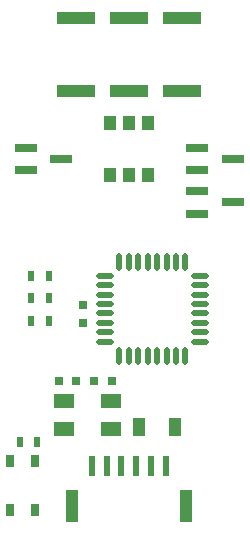
<source format=gtp>
G04 #@! TF.FileFunction,Paste,Top*
%FSLAX46Y46*%
G04 Gerber Fmt 4.6, Leading zero omitted, Abs format (unit mm)*
G04 Created by KiCad (PCBNEW 4.0.7) date 07/18/18 10:51:39*
%MOMM*%
%LPD*%
G01*
G04 APERTURE LIST*
%ADD10C,0.100000*%
%ADD11R,0.600000X1.800000*%
%ADD12R,1.000000X2.800000*%
%ADD13O,1.500000X0.500000*%
%ADD14O,0.500000X1.500000*%
%ADD15R,1.000000X1.600000*%
%ADD16R,0.750000X0.800000*%
%ADD17R,0.500000X0.900000*%
%ADD18R,0.650000X1.050000*%
%ADD19R,0.800000X0.750000*%
%ADD20R,1.800000X1.200000*%
%ADD21R,1.900000X0.800000*%
%ADD22R,3.200000X1.000000*%
%ADD23R,1.000000X1.300000*%
G04 APERTURE END LIST*
D10*
D11*
X146875000Y-118825000D03*
X148125000Y-118825000D03*
X149375000Y-118825000D03*
X150625000Y-118825000D03*
X151875000Y-118825000D03*
X153125000Y-118825000D03*
D12*
X154850000Y-122175000D03*
X145150000Y-122175000D03*
D13*
X148000000Y-102700000D03*
X148000000Y-103500000D03*
X148000000Y-104300000D03*
X148000000Y-105100000D03*
X148000000Y-105900000D03*
X148000000Y-106700000D03*
X148000000Y-107500000D03*
X148000000Y-108300000D03*
D14*
X149200000Y-109500000D03*
X150000000Y-109500000D03*
X150800000Y-109500000D03*
X151600000Y-109500000D03*
X152400000Y-109500000D03*
X153200000Y-109500000D03*
X154000000Y-109500000D03*
X154800000Y-109500000D03*
D13*
X156000000Y-108300000D03*
X156000000Y-107500000D03*
X156000000Y-106700000D03*
X156000000Y-105900000D03*
X156000000Y-105100000D03*
X156000000Y-104300000D03*
X156000000Y-103500000D03*
X156000000Y-102700000D03*
D14*
X154800000Y-101500000D03*
X154000000Y-101500000D03*
X153200000Y-101500000D03*
X152400000Y-101500000D03*
X151600000Y-101500000D03*
X150800000Y-101500000D03*
X150000000Y-101500000D03*
X149200000Y-101500000D03*
D15*
X150900000Y-115500000D03*
X153900000Y-115500000D03*
D16*
X146100000Y-106700000D03*
X146100000Y-105200000D03*
D17*
X142250000Y-116800000D03*
X140750000Y-116800000D03*
D18*
X139925000Y-122575000D03*
X142075000Y-122575000D03*
X142075000Y-118425000D03*
X139925000Y-118425000D03*
D19*
X147050000Y-111600000D03*
X148550000Y-111600000D03*
X145550000Y-111600000D03*
X144050000Y-111600000D03*
D20*
X148500000Y-113300000D03*
X144500000Y-113300000D03*
X144500000Y-115700000D03*
X148500000Y-115700000D03*
D21*
X155800000Y-95550000D03*
X155800000Y-97450000D03*
X158800000Y-96500000D03*
X155800000Y-91850000D03*
X155800000Y-93750000D03*
X158800000Y-92800000D03*
X141300000Y-91850000D03*
X141300000Y-93750000D03*
X144300000Y-92800000D03*
D17*
X141750000Y-104600000D03*
X143250000Y-104600000D03*
X141750000Y-106500000D03*
X143250000Y-106500000D03*
X141750000Y-102700000D03*
X143250000Y-102700000D03*
D22*
X154500000Y-87100000D03*
X154500000Y-80900000D03*
X150000000Y-87100000D03*
X150000000Y-80900000D03*
X145500000Y-87100000D03*
X145500000Y-80900000D03*
D23*
X150000000Y-94200000D03*
X148400000Y-94200000D03*
X151600000Y-94200000D03*
X151600000Y-89800000D03*
X150000000Y-89800000D03*
X148400000Y-89800000D03*
M02*

</source>
